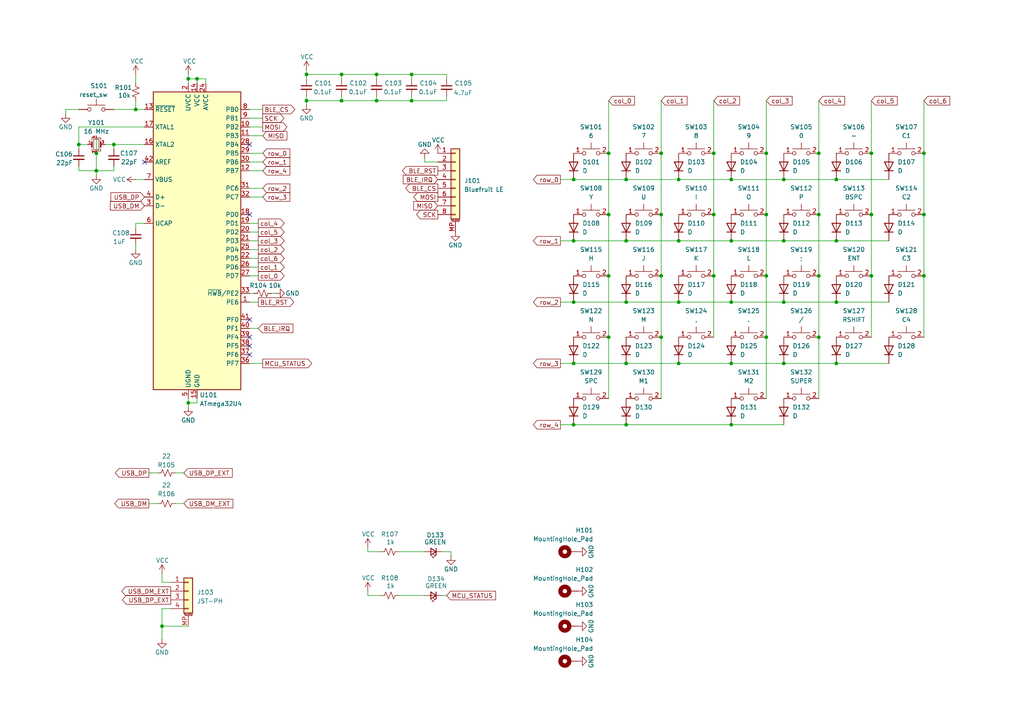
<source format=kicad_sch>
(kicad_sch (version 20231120) (generator "eeschema") (generator_version "8.0")
  (paper "A4")
  (junction (at 222.25 62.23))
  (junction (at 212.09 69.85))
  (junction (at 176.53 62.23))
  (junction (at 166.37 69.85))
  (junction (at 267.97 62.23))
  (junction (at 39.37 31.75))
  (junction (at 99.06 21.59))
  (junction (at 242.57 105.41))
  (junction (at 207.01 62.23))
  (junction (at 46.99 181.61))
  (junction (at 196.85 69.85))
  (junction (at 166.37 87.63))
  (junction (at 207.01 80.01))
  (junction (at 252.73 62.23))
  (junction (at 57.15 22.86))
  (junction (at 54.61 116.84))
  (junction (at 119.38 21.59))
  (junction (at 242.57 87.63))
  (junction (at 181.61 52.07))
  (junction (at 227.33 52.07))
  (junction (at 176.53 44.45))
  (junction (at 109.22 29.21))
  (junction (at 252.73 44.45))
  (junction (at 181.61 87.63))
  (junction (at 227.33 87.63))
  (junction (at 181.61 123.19))
  (junction (at 242.57 69.85))
  (junction (at 109.22 21.59))
  (junction (at 196.85 52.07))
  (junction (at 27.94 49.53))
  (junction (at 237.49 62.23))
  (junction (at 222.25 97.79))
  (junction (at 222.25 44.45))
  (junction (at 181.61 69.85))
  (junction (at 33.02 41.91))
  (junction (at 227.33 105.41))
  (junction (at 196.85 87.63))
  (junction (at 212.09 105.41))
  (junction (at 27.94 44.45))
  (junction (at 176.53 97.79))
  (junction (at 267.97 44.45))
  (junction (at 176.53 80.01))
  (junction (at 99.06 29.21))
  (junction (at 166.37 123.19))
  (junction (at 196.85 105.41))
  (junction (at 252.73 80.01))
  (junction (at 207.01 44.45))
  (junction (at 191.77 62.23))
  (junction (at 191.77 80.01))
  (junction (at 54.61 22.86))
  (junction (at 227.33 69.85))
  (junction (at 166.37 105.41))
  (junction (at 22.86 41.91))
  (junction (at 88.9 29.21))
  (junction (at 119.38 29.21))
  (junction (at 191.77 44.45))
  (junction (at 212.09 52.07))
  (junction (at 212.09 87.63))
  (junction (at 242.57 52.07))
  (junction (at 212.09 123.19))
  (junction (at 237.49 44.45))
  (junction (at 237.49 97.79))
  (junction (at 267.97 80.01))
  (junction (at 88.9 21.59))
  (junction (at 191.77 97.79))
  (junction (at 237.49 80.01))
  (junction (at 222.25 80.01))
  (junction (at 166.37 52.07))
  (junction (at 181.61 105.41))
  (no_connect (at 72.39 102.87))
  (no_connect (at 72.39 92.71))
  (no_connect (at 41.91 46.99))
  (no_connect (at 72.39 97.79))
  (no_connect (at 72.39 100.33))
  (no_connect (at 72.39 62.23))
  (no_connect (at 72.39 41.91))
  (wire (pts (xy 109.22 27.94) (xy 109.22 29.21)))
  (wire (pts (xy 196.85 69.85) (xy 212.09 69.85)))
  (wire (pts (xy 80.01 85.09) (xy 78.74 85.09)))
  (wire (pts (xy 88.9 27.94) (xy 88.9 29.21)))
  (wire (pts (xy 252.73 80.01) (xy 252.73 97.79)))
  (wire (pts (xy 181.61 87.63) (xy 196.85 87.63)))
  (wire (pts (xy 57.15 22.86) (xy 57.15 24.13)))
  (wire (pts (xy 22.86 36.83) (xy 41.91 36.83)))
  (wire (pts (xy 252.73 29.21) (xy 252.73 44.45)))
  (wire (pts (xy 27.94 49.53) (xy 27.94 50.8)))
  (wire (pts (xy 74.93 74.93) (xy 72.39 74.93)))
  (wire (pts (xy 22.86 43.18) (xy 22.86 41.91)))
  (wire (pts (xy 119.38 29.21) (xy 129.54 29.21)))
  (wire (pts (xy 181.61 69.85) (xy 196.85 69.85)))
  (wire (pts (xy 88.9 21.59) (xy 99.06 21.59)))
  (wire (pts (xy 27.94 39.37) (xy 27.94 44.45)))
  (wire (pts (xy 54.61 22.86) (xy 54.61 21.59)))
  (wire (pts (xy 88.9 20.32) (xy 88.9 21.59)))
  (wire (pts (xy 39.37 21.59) (xy 39.37 24.13)))
  (wire (pts (xy 127 46.99) (xy 123.19 46.99)))
  (wire (pts (xy 39.37 29.21) (xy 39.37 31.75)))
  (wire (pts (xy 196.85 52.07) (xy 212.09 52.07)))
  (wire (pts (xy 33.02 48.26) (xy 33.02 49.53)))
  (wire (pts (xy 237.49 80.01) (xy 237.49 97.79)))
  (wire (pts (xy 74.93 87.63) (xy 72.39 87.63)))
  (wire (pts (xy 27.94 49.53) (xy 33.02 49.53)))
  (wire (pts (xy 57.15 22.86) (xy 59.69 22.86)))
  (wire (pts (xy 76.2 49.53) (xy 72.39 49.53)))
  (wire (pts (xy 50.8 146.05) (xy 53.34 146.05)))
  (wire (pts (xy 74.93 69.85) (xy 72.39 69.85)))
  (wire (pts (xy 128.27 160.02) (xy 130.81 160.02)))
  (wire (pts (xy 212.09 105.41) (xy 227.33 105.41)))
  (wire (pts (xy 74.93 64.77) (xy 72.39 64.77)))
  (wire (pts (xy 49.53 168.91) (xy 46.99 168.91)))
  (wire (pts (xy 22.86 48.26) (xy 22.86 49.53)))
  (wire (pts (xy 119.38 27.94) (xy 119.38 29.21)))
  (wire (pts (xy 212.09 69.85) (xy 227.33 69.85)))
  (wire (pts (xy 88.9 22.86) (xy 88.9 21.59)))
  (wire (pts (xy 73.66 85.09) (xy 72.39 85.09)))
  (wire (pts (xy 109.22 21.59) (xy 119.38 21.59)))
  (wire (pts (xy 115.57 160.02) (xy 123.19 160.02)))
  (wire (pts (xy 176.53 97.79) (xy 176.53 115.57)))
  (wire (pts (xy 22.86 49.53) (xy 27.94 49.53)))
  (wire (pts (xy 212.09 87.63) (xy 227.33 87.63)))
  (wire (pts (xy 39.37 31.75) (xy 41.91 31.75)))
  (wire (pts (xy 99.06 21.59) (xy 109.22 21.59)))
  (wire (pts (xy 207.01 29.21) (xy 207.01 44.45)))
  (wire (pts (xy 191.77 80.01) (xy 191.77 97.79)))
  (wire (pts (xy 72.39 34.29) (xy 76.2 34.29)))
  (wire (pts (xy 76.2 46.99) (xy 72.39 46.99)))
  (wire (pts (xy 129.54 21.59) (xy 129.54 22.86)))
  (wire (pts (xy 54.61 22.86) (xy 54.61 24.13)))
  (wire (pts (xy 115.57 172.72) (xy 123.19 172.72)))
  (wire (pts (xy 267.97 29.21) (xy 267.97 44.45)))
  (wire (pts (xy 106.68 172.72) (xy 106.68 171.45)))
  (wire (pts (xy 76.2 54.61) (xy 72.39 54.61)))
  (wire (pts (xy 242.57 52.07) (xy 257.81 52.07)))
  (wire (pts (xy 191.77 44.45) (xy 191.77 62.23)))
  (wire (pts (xy 33.02 41.91) (xy 33.02 43.18)))
  (wire (pts (xy 191.77 62.23) (xy 191.77 80.01)))
  (wire (pts (xy 76.2 31.75) (xy 72.39 31.75)))
  (wire (pts (xy 106.68 160.02) (xy 106.68 158.75)))
  (wire (pts (xy 109.22 29.21) (xy 119.38 29.21)))
  (wire (pts (xy 222.25 44.45) (xy 222.25 62.23)))
  (wire (pts (xy 191.77 97.79) (xy 191.77 115.57)))
  (wire (pts (xy 74.93 67.31) (xy 72.39 67.31)))
  (wire (pts (xy 106.68 160.02) (xy 110.49 160.02)))
  (wire (pts (xy 181.61 123.19) (xy 212.09 123.19)))
  (wire (pts (xy 88.9 29.21) (xy 99.06 29.21)))
  (wire (pts (xy 267.97 62.23) (xy 267.97 80.01)))
  (wire (pts (xy 166.37 69.85) (xy 181.61 69.85)))
  (wire (pts (xy 49.53 176.53) (xy 46.99 176.53)))
  (wire (pts (xy 237.49 62.23) (xy 237.49 80.01)))
  (wire (pts (xy 22.86 31.75) (xy 19.05 31.75)))
  (wire (pts (xy 242.57 69.85) (xy 257.81 69.85)))
  (wire (pts (xy 237.49 29.21) (xy 237.49 44.45)))
  (wire (pts (xy 207.01 62.23) (xy 207.01 80.01)))
  (wire (pts (xy 227.33 87.63) (xy 242.57 87.63)))
  (wire (pts (xy 212.09 123.19) (xy 227.33 123.19)))
  (wire (pts (xy 162.56 52.07) (xy 166.37 52.07)))
  (wire (pts (xy 119.38 21.59) (xy 129.54 21.59)))
  (wire (pts (xy 196.85 87.63) (xy 212.09 87.63)))
  (wire (pts (xy 57.15 116.84) (xy 57.15 115.57)))
  (wire (pts (xy 166.37 105.41) (xy 181.61 105.41)))
  (wire (pts (xy 176.53 62.23) (xy 176.53 80.01)))
  (wire (pts (xy 106.68 172.72) (xy 110.49 172.72)))
  (wire (pts (xy 242.57 105.41) (xy 257.81 105.41)))
  (wire (pts (xy 176.53 29.21) (xy 176.53 44.45)))
  (wire (pts (xy 129.54 29.21) (xy 129.54 27.94)))
  (wire (pts (xy 76.2 44.45) (xy 72.39 44.45)))
  (wire (pts (xy 30.48 41.91) (xy 33.02 41.91)))
  (wire (pts (xy 74.93 80.01) (xy 72.39 80.01)))
  (wire (pts (xy 130.81 160.02) (xy 130.81 161.29)))
  (wire (pts (xy 162.56 123.19) (xy 166.37 123.19)))
  (wire (pts (xy 123.19 46.99) (xy 123.19 45.72)))
  (wire (pts (xy 74.93 95.25) (xy 72.39 95.25)))
  (wire (pts (xy 162.56 87.63) (xy 166.37 87.63)))
  (wire (pts (xy 27.94 44.45) (xy 27.94 49.53)))
  (wire (pts (xy 227.33 105.41) (xy 242.57 105.41)))
  (wire (pts (xy 207.01 80.01) (xy 207.01 97.79)))
  (wire (pts (xy 74.93 77.47) (xy 72.39 77.47)))
  (wire (pts (xy 252.73 44.45) (xy 252.73 62.23)))
  (wire (pts (xy 50.8 137.16) (xy 53.34 137.16)))
  (wire (pts (xy 267.97 80.01) (xy 267.97 97.79)))
  (wire (pts (xy 99.06 21.59) (xy 99.06 22.86)))
  (wire (pts (xy 54.61 115.57) (xy 54.61 116.84)))
  (wire (pts (xy 33.02 31.75) (xy 39.37 31.75)))
  (wire (pts (xy 196.85 105.41) (xy 212.09 105.41)))
  (wire (pts (xy 41.91 64.77) (xy 39.37 64.77)))
  (wire (pts (xy 54.61 22.86) (xy 57.15 22.86)))
  (wire (pts (xy 176.53 80.01) (xy 176.53 97.79)))
  (wire (pts (xy 109.22 21.59) (xy 109.22 22.86)))
  (wire (pts (xy 39.37 64.77) (xy 39.37 66.04)))
  (wire (pts (xy 242.57 87.63) (xy 257.81 87.63)))
  (wire (pts (xy 39.37 52.07) (xy 41.91 52.07)))
  (wire (pts (xy 237.49 44.45) (xy 237.49 62.23)))
  (wire (pts (xy 54.61 116.84) (xy 54.61 118.11)))
  (wire (pts (xy 22.86 41.91) (xy 25.4 41.91)))
  (wire (pts (xy 45.72 137.16) (xy 43.18 137.16)))
  (wire (pts (xy 46.99 181.61) (xy 54.61 181.61)))
  (wire (pts (xy 99.06 29.21) (xy 109.22 29.21)))
  (wire (pts (xy 59.69 22.86) (xy 59.69 24.13)))
  (wire (pts (xy 76.2 57.15) (xy 72.39 57.15)))
  (wire (pts (xy 207.01 44.45) (xy 207.01 62.23)))
  (wire (pts (xy 39.37 71.12) (xy 39.37 72.39)))
  (wire (pts (xy 119.38 21.59) (xy 119.38 22.86)))
  (wire (pts (xy 46.99 166.37) (xy 46.99 168.91)))
  (wire (pts (xy 222.25 97.79) (xy 222.25 115.57)))
  (wire (pts (xy 88.9 29.21) (xy 88.9 30.48)))
  (wire (pts (xy 222.25 80.01) (xy 222.25 97.79)))
  (wire (pts (xy 166.37 123.19) (xy 181.61 123.19)))
  (wire (pts (xy 162.56 69.85) (xy 166.37 69.85)))
  (wire (pts (xy 191.77 29.21) (xy 191.77 44.45)))
  (wire (pts (xy 162.56 105.41) (xy 166.37 105.41)))
  (wire (pts (xy 54.61 116.84) (xy 57.15 116.84)))
  (wire (pts (xy 181.61 52.07) (xy 196.85 52.07)))
  (wire (pts (xy 33.02 41.91) (xy 41.91 41.91)))
  (wire (pts (xy 22.86 36.83) (xy 22.86 41.91)))
  (wire (pts (xy 227.33 52.07) (xy 242.57 52.07)))
  (wire (pts (xy 72.39 36.83) (xy 76.2 36.83)))
  (wire (pts (xy 181.61 105.41) (xy 196.85 105.41)))
  (wire (pts (xy 227.33 69.85) (xy 242.57 69.85)))
  (wire (pts (xy 166.37 87.63) (xy 181.61 87.63)))
  (wire (pts (xy 222.25 62.23) (xy 222.25 80.01)))
  (wire (pts (xy 46.99 181.61) (xy 46.99 185.42)))
  (wire (pts (xy 76.2 105.41) (xy 72.39 105.41)))
  (wire (pts (xy 128.27 172.72) (xy 129.54 172.72)))
  (wire (pts (xy 252.73 62.23) (xy 252.73 80.01)))
  (wire (pts (xy 46.99 176.53) (xy 46.99 181.61)))
  (wire (pts (xy 267.97 44.45) (xy 267.97 62.23)))
  (wire (pts (xy 99.06 27.94) (xy 99.06 29.21)))
  (wire (pts (xy 74.93 72.39) (xy 72.39 72.39)))
  (wire (pts (xy 45.72 146.05) (xy 43.18 146.05)))
  (wire (pts (xy 237.49 97.79) (xy 237.49 115.57)))
  (wire (pts (xy 176.53 44.45) (xy 176.53 62.23)))
  (wire (pts (xy 212.09 52.07) (xy 227.33 52.07)))
  (wire (pts (xy 222.25 29.21) (xy 222.25 44.45)))
  (wire (pts (xy 166.37 52.07) (xy 181.61 52.07)))
  (wire (pts (xy 72.39 39.37) (xy 76.2 39.37)))
  (wire (pts (xy 19.05 31.75) (xy 19.05 33.02)))
  (global_label "col_5" (shape input) (at 252.73 29.21 0) (property "Intersheetrefs" "${INTERSHEET_REFS}" (effects (hide yes))))
  (global_label "BLE_CS" (shape output) (at 76.2 31.75 0) (property "Intersheetrefs" "${INTERSHEET_REFS}" (effects (hide yes))))
  (global_label "row_1" (shape output) (at 162.56 69.85 180) (property "Intersheetrefs" "${INTERSHEET_REFS}" (effects (hide yes))))
  (global_label "row_3" (shape output) (at 162.56 105.41 180) (property "Intersheetrefs" "${INTERSHEET_REFS}" (effects (hide yes))))
  (global_label "MISO" (shape input) (at 127 59.69 180) (property "Intersheetrefs" "${INTERSHEET_REFS}" (effects (hide yes))))
  (global_label "MOSI" (shape output) (at 76.2 36.83 0) (property "Intersheetrefs" "${INTERSHEET_REFS}" (effects (hide yes))))
  (global_label "MISO" (shape input) (at 76.2 39.37 0) (property "Intersheetrefs" "${INTERSHEET_REFS}" (effects (hide yes))))
  (global_label "BLE_IRQ" (shape input) (at 74.93 95.25 0) (property "Intersheetrefs" "${INTERSHEET_REFS}" (effects (hide yes))))
  (global_label "col_0" (shape input) (at 176.53 29.21 0) (property "Intersheetrefs" "${INTERSHEET_REFS}" (effects (hide yes))))
  (global_label "row_0" (shape output) (at 162.56 52.07 180) (property "Intersheetrefs" "${INTERSHEET_REFS}" (effects (hide yes))))
  (global_label "row_3" (shape input) (at 76.2 57.15 0) (property "Intersheetrefs" "${INTERSHEET_REFS}" (effects (hide yes))))
  (global_label "USB_DP" (shape output) (at 43.18 137.16 180) (property "Intersheetrefs" "${INTERSHEET_REFS}" (effects (hide yes))))
  (global_label "USB_DP" (shape input) (at 41.91 57.15 180) (property "Intersheetrefs" "${INTERSHEET_REFS}" (effects (hide yes))))
  (global_label "BLE_IRQ" (shape input) (at 127 52.07 180) (property "Intersheetrefs" "${INTERSHEET_REFS}" (effects (hide yes))))
  (global_label "USB_DP_EXT" (shape output) (at 49.53 173.99 180) (property "Intersheetrefs" "${INTERSHEET_REFS}" (effects (hide yes))))
  (global_label "SCK" (shape output) (at 127 62.23 180) (property "Intersheetrefs" "${INTERSHEET_REFS}" (effects (hide yes))))
  (global_label "row_0" (shape input) (at 76.2 44.45 0) (property "Intersheetrefs" "${INTERSHEET_REFS}" (effects (hide yes))))
  (global_label "col_3" (shape input) (at 222.25 29.21 0) (property "Intersheetrefs" "${INTERSHEET_REFS}" (effects (hide yes))))
  (global_label "col_5" (shape output) (at 74.93 67.31 0) (property "Intersheetrefs" "${INTERSHEET_REFS}" (effects (hide yes))))
  (global_label "USB_DM" (shape input) (at 41.91 59.69 180) (property "Intersheetrefs" "${INTERSHEET_REFS}" (effects (hide yes))))
  (global_label "USB_DM_EXT" (shape input) (at 53.34 146.05 0) (property "Intersheetrefs" "${INTERSHEET_REFS}" (effects (hide yes))))
  (global_label "USB_DM" (shape output) (at 43.18 146.05 180) (property "Intersheetrefs" "${INTERSHEET_REFS}" (effects (hide yes))))
  (global_label "BLE_RST" (shape output) (at 127 49.53 180) (property "Intersheetrefs" "${INTERSHEET_REFS}" (effects (hide yes))))
  (global_label "USB_DM_EXT" (shape output) (at 49.53 171.45 180) (property "Intersheetrefs" "${INTERSHEET_REFS}" (effects (hide yes))))
  (global_label "MOSI" (shape output) (at 127 57.15 180) (property "Intersheetrefs" "${INTERSHEET_REFS}" (effects (hide yes))))
  (global_label "col_1" (shape input) (at 191.77 29.21 0) (property "Intersheetrefs" "${INTERSHEET_REFS}" (effects (hide yes))))
  (global_label "SCK" (shape output) (at 76.2 34.29 0) (property "Intersheetrefs" "${INTERSHEET_REFS}" (effects (hide yes))))
  (global_label "row_2" (shape input) (at 76.2 54.61 0) (property "Intersheetrefs" "${INTERSHEET_REFS}" (effects (hide yes))))
  (global_label "col_6" (shape input) (at 267.97 29.21 0) (property "Intersheetrefs" "${INTERSHEET_REFS}" (effects (hide yes))))
  (global_label "BLE_RST" (shape output) (at 74.93 87.63 0) (property "Intersheetrefs" "${INTERSHEET_REFS}" (effects (hide yes))))
  (global_label "row_2" (shape output) (at 162.56 87.63 180) (property "Intersheetrefs" "${INTERSHEET_REFS}" (effects (hide yes))))
  (global_label "MCU_STATUS" (shape output) (at 76.2 105.41 0) (property "Intersheetrefs" "${INTERSHEET_REFS}" (effects (hide yes))))
  (global_label "col_4" (shape output) (at 74.93 64.77 0) (property "Intersheetrefs" "${INTERSHEET_REFS}" (effects (hide yes))))
  (global_label "col_3" (shape output) (at 74.93 69.85 0) (property "Intersheetrefs" "${INTERSHEET_REFS}" (effects (hide yes))))
  (global_label "col_2" (shape input) (at 207.01 29.21 0) (property "Intersheetrefs" "${INTERSHEET_REFS}" (effects (hide yes))))
  (global_label "col_4" (shape input) (at 237.49 29.21 0) (property "Intersheetrefs" "${INTERSHEET_REFS}" (effects (hide yes))))
  (global_label "col_1" (shape output) (at 74.93 77.47 0) (property "Intersheetrefs" "${INTERSHEET_REFS}" (effects (hide yes))))
  (global_label "BLE_CS" (shape output) (at 127 54.61 180) (property "Intersheetrefs" "${INTERSHEET_REFS}" (effects (hide yes))))
  (global_label "row_4" (shape input) (at 76.2 49.53 0) (property "Intersheetrefs" "${INTERSHEET_REFS}" (effects (hide yes))))
  (global_label "MCU_STATUS" (shape input) (at 129.54 172.72 0) (property "Intersheetrefs" "${INTERSHEET_REFS}" (effects (hide yes))))
  (global_label "row_1" (shape input) (at 76.2 46.99 0) (property "Intersheetrefs" "${INTERSHEET_REFS}" (effects (hide yes))))
  (global_label "col_0" (shape output) (at 74.93 80.01 0) (property "Intersheetrefs" "${INTERSHEET_REFS}" (effects (hide yes))))
  (global_label "col_6" (shape output) (at 74.93 74.93 0) (property "Intersheetrefs" "${INTERSHEET_REFS}" (effects (hide yes))))
  (global_label "USB_DP_EXT" (shape input) (at 53.34 137.16 0) (property "Intersheetrefs" "${INTERSHEET_REFS}" (effects (hide yes))))
  (global_label "row_4" (shape output) (at 162.56 123.19 180) (property "Intersheetrefs" "${INTERSHEET_REFS}" (effects (hide yes))))
  (global_label "col_2" (shape output) (at 74.93 72.39 0) (property "Intersheetrefs" "${INTERSHEET_REFS}" (effects (hide yes))))
  (symbol (lib_id "power:VCC") (at 106.68 158.75 0) (unit 1)
    (property "Reference" "#PWR0118" (effects (hide yes)))
    (property "Value" "VCC" (at 104.902 154.94 0) (effects (justify left)))
    (property "Description" "Power symbol creates a global label with name \"VCC\"" (effects (hide yes)))
  )
  (symbol (lib_id "Mechanical:MountingHole_Pad") (at 165.1 171.45 90) (unit 1)
    (property "Reference" "H102" (at 172.085 165.227 90) (effects (justify left)))
    (property "Value" "MountingHole_Pad" (at 172.085 167.767 90) (effects (justify left)))
    (property "Footprint" "MountingHole:MountingHole_2.2mm_M2_Pad_TopBottom" (effects (hide yes)))
    (property "Description" "Mounting Hole with connection" (effects (hide yes)))
  )
  (symbol (lib_id "Device:C_Small") (at 22.86 45.72 0) (unit 1)
    (property "Reference" "C106" (at 16.002 44.704 0) (effects (justify left)))
    (property "Value" "22pF" (at 16.256 47.244 0) (effects (justify left)))
    (property "Footprint" "Capacitor_SMD:C_0603_1608Metric" (effects (hide yes)))
    (property "Description" "Unpolarized capacitor, small symbol" (effects (hide yes)))
  )
  (symbol (lib_id "Connector_Generic_MountingPin:Conn_01x04_MountingPin") (at 54.61 171.45 0) (unit 1)
    (property "Reference" "J103" (at 57.15 171.8055 0) (effects (justify left)))
    (property "Value" "JST-PH" (at 57.15 174.3455 0) (effects (justify left)))
    (property "Footprint" "Connector_JST:JST_SH_SM04B-SRSS-TB_1x04-1MP_P1.00mm_Horizontal" (effects (hide yes)))
    (property "Description" "Generic connectable mounting pin connector, single row, 01x04, script generated (kicad-library-utils/schlib/autogen/connector/)" (effects (hide yes)))
  )
  (symbol (lib_id "Device:D") (at 227.33 119.38 90) (unit 1)
    (property "Reference" "D132" (at 229.87 118.1099 90) (effects (justify right)))
    (property "Value" "D" (at 229.87 120.6499 90) (effects (justify right)))
    (property "Footprint" "Diode_SMD:D_SOD-123" (effects (hide yes)))
    (property "Description" "Diode" (effects (hide yes)))
    (property "Sim.Device" "D" (effects (hide yes)))
    (property "Sim.Pins" "1=K 2=A" (effects (hide yes)))
  )
  (symbol (lib_id "power:GND") (at 46.99 185.42 0) (unit 1)
    (property "Reference" "#PWR0126" (effects (hide yes)))
    (property "Value" "GND" (at 46.99 189.23 0))
    (property "Description" "Power symbol creates a global label with name \"GND\" , ground" (effects (hide yes)))
  )
  (symbol (lib_id "Device:R_Small_US") (at 113.03 160.02 90) (unit 1)
    (property "Reference" "R107" (at 113.03 154.94 90))
    (property "Value" "1k" (at 113.284 157.226 90))
    (property "Footprint" "Resistor_SMD:R_0603_1608Metric" (effects (hide yes)))
    (property "Description" "Resistor, small US symbol" (effects (hide yes)))
  )
  (symbol (lib_id "CherryMX:CherryMX") (at 247.65 97.79 0) (unit 1)
    (property "Reference" "SW127" (at 247.65 90.17 0))
    (property "Value" "RSHIFT" (at 247.65 92.71 0))
    (property "Footprint" "CherryMX_PCB:CherryMX_1.00u_PCB" (effects (hide yes)))
  )
  (symbol (lib_id "Device:D") (at 166.37 119.38 90) (unit 1)
    (property "Reference" "D129" (at 168.91 118.1099 90) (effects (justify right)))
    (property "Value" "D" (at 168.91 120.6499 90) (effects (justify right)))
    (property "Footprint" "Diode_SMD:D_SOD-123" (effects (hide yes)))
    (property "Description" "Diode" (effects (hide yes)))
    (property "Sim.Device" "D" (effects (hide yes)))
    (property "Sim.Pins" "1=K 2=A" (effects (hide yes)))
  )
  (symbol (lib_id "power:GND") (at 88.9 30.48 0) (unit 1)
    (property "Reference" "#PWR0104" (effects (hide yes)))
    (property "Value" "GND" (at 88.9 34.29 0))
    (property "Description" "Power symbol creates a global label with name \"GND\" , ground" (effects (hide yes)))
  )
  (symbol (lib_id "Device:D") (at 196.85 48.26 90) (unit 1)
    (property "Reference" "D103" (at 199.39 46.9899 90) (effects (justify right)))
    (property "Value" "D" (at 199.39 49.5299 90) (effects (justify right)))
    (property "Footprint" "Diode_SMD:D_SOD-123" (effects (hide yes)))
    (property "Description" "Diode" (effects (hide yes)))
    (property "Sim.Device" "D" (effects (hide yes)))
    (property "Sim.Pins" "1=K 2=A" (effects (hide yes)))
  )
  (symbol (lib_id "Device:D") (at 242.57 66.04 90) (unit 1)
    (property "Reference" "D113" (at 245.11 64.7699 90) (effects (justify right)))
    (property "Value" "D" (at 245.11 67.3099 90) (effects (justify right)))
    (property "Footprint" "Diode_SMD:D_SOD-123" (effects (hide yes)))
    (property "Description" "Diode" (effects (hide yes)))
    (property "Sim.Device" "D" (effects (hide yes)))
    (property "Sim.Pins" "1=K 2=A" (effects (hide yes)))
  )
  (symbol (lib_id "power:GND") (at 54.61 118.11 0) (unit 1)
    (property "Reference" "#PWR0117" (effects (hide yes)))
    (property "Value" "GND" (at 54.61 121.92 0))
    (property "Description" "Power symbol creates a global label with name \"GND\" , ground" (effects (hide yes)))
  )
  (symbol (lib_id "CherryMX:CherryMX") (at 247.65 62.23 0) (unit 1)
    (property "Reference" "SW113" (at 247.65 54.61 0))
    (property "Value" "BSPC" (at 247.65 57.15 0))
    (property "Footprint" "CherryMX_PCB:CherryMX_1.00u_PCB" (effects (hide yes)))
  )
  (symbol (lib_id "Device:D") (at 166.37 48.26 90) (unit 1)
    (property "Reference" "D101" (at 168.91 46.9899 90) (effects (justify right)))
    (property "Value" "D" (at 168.91 49.5299 90) (effects (justify right)))
    (property "Footprint" "Diode_SMD:D_SOD-123" (effects (hide yes)))
    (property "Description" "Diode" (effects (hide yes)))
    (property "Sim.Device" "D" (effects (hide yes)))
    (property "Sim.Pins" "1=K 2=A" (effects (hide yes)))
  )
  (symbol (lib_id "CherryMX:CherryMX") (at 217.17 62.23 0) (unit 1)
    (property "Reference" "SW111" (at 217.17 54.61 0))
    (property "Value" "O" (at 217.17 57.15 0))
    (property "Footprint" "CherryMX_PCB:CherryMX_1.00u_PCB" (effects (hide yes)))
  )
  (symbol (lib_id "Device:C_Small") (at 119.38 25.4 0) (unit 1)
    (property "Reference" "C104" (at 121.666 24.13 0) (effects (justify left)))
    (property "Value" "0.1uF" (at 121.412 26.67 0) (effects (justify left)))
    (property "Footprint" "Capacitor_SMD:C_0603_1608Metric" (effects (hide yes)))
    (property "Description" "Unpolarized capacitor, small symbol" (effects (hide yes)))
  )
  (symbol (lib_id "CherryMX:CherryMX") (at 186.69 97.79 0) (unit 1)
    (property "Reference" "SW123" (at 186.69 90.17 0))
    (property "Value" "M" (at 186.69 92.71 0))
    (property "Footprint" "CherryMX_PCB:CherryMX_1.00u_PCB" (effects (hide yes)))
  )
  (symbol (lib_id "CherryMX:CherryMX") (at 171.45 80.01 0) (unit 1)
    (property "Reference" "SW115" (at 171.45 72.39 0))
    (property "Value" "H" (at 171.45 74.93 0))
    (property "Footprint" "CherryMX_PCB:CherryMX_1.00u_PCB" (effects (hide yes)))
  )
  (symbol (lib_id "CherryMX:CherryMX") (at 171.45 115.57 0) (unit 1)
    (property "Reference" "SW129" (at 171.45 107.95 0))
    (property "Value" "SPC" (at 171.45 110.49 0))
    (property "Footprint" "CherryMX_PCB:CherryMX_1.00u_PCB" (effects (hide yes)))
  )
  (symbol (lib_id "CherryMX:CherryMX") (at 262.89 62.23 0) (unit 1)
    (property "Reference" "SW114" (at 262.89 54.61 0))
    (property "Value" "C2" (at 262.89 57.15 0))
    (property "Footprint" "CherryMX_PCB:CherryMX_1.00u_PCB" (effects (hide yes)))
  )
  (symbol (lib_id "MCU_Microchip_ATmega:ATmega32U4-A") (at 57.15 69.85 0) (unit 1)
    (property "Reference" "U101" (at 57.912 114.554 0) (effects (justify left)))
    (property "Value" "ATmega32U4" (at 57.912 117.094 0) (effects (justify left)))
    (property "Footprint" "Package_QFP:TQFP-44_10x10mm_P0.8mm" (effects (hide yes)))
    (property "Datasheet" "http://ww1.microchip.com/downloads/en/DeviceDoc/Atmel-7766-8-bit-AVR-ATmega16U4-32U4_Datasheet.pdf" (effects (hide yes)))
    (property "Description" "16MHz, 32kB Flash, 2.5kB SRAM, 1kB EEPROM, USB 2.0, TQFP-44" (effects (hide yes)))
  )
  (symbol (lib_id "Device:D") (at 196.85 83.82 90) (unit 1)
    (property "Reference" "D117" (at 199.39 82.5499 90) (effects (justify right)))
    (property "Value" "D" (at 199.39 85.0899 90) (effects (justify right)))
    (property "Footprint" "Diode_SMD:D_SOD-123" (effects (hide yes)))
    (property "Description" "Diode" (effects (hide yes)))
    (property "Sim.Device" "D" (effects (hide yes)))
    (property "Sim.Pins" "1=K 2=A" (effects (hide yes)))
  )
  (symbol (lib_id "Device:D") (at 181.61 101.6 90) (unit 1)
    (property "Reference" "D123" (at 184.15 100.3299 90) (effects (justify right)))
    (property "Value" "D" (at 184.15 102.8699 90) (effects (justify right)))
    (property "Footprint" "Diode_SMD:D_SOD-123" (effects (hide yes)))
    (property "Description" "Diode" (effects (hide yes)))
    (property "Sim.Device" "D" (effects (hide yes)))
    (property "Sim.Pins" "1=K 2=A" (effects (hide yes)))
  )
  (symbol (lib_id "Device:D") (at 212.09 66.04 90) (unit 1)
    (property "Reference" "D111" (at 214.63 64.7699 90) (effects (justify right)))
    (property "Value" "D" (at 214.63 67.3099 90) (effects (justify right)))
    (property "Footprint" "Diode_SMD:D_SOD-123" (effects (hide yes)))
    (property "Description" "Diode" (effects (hide yes)))
    (property "Sim.Device" "D" (effects (hide yes)))
    (property "Sim.Pins" "1=K 2=A" (effects (hide yes)))
  )
  (symbol (lib_id "Device:D") (at 227.33 83.82 90) (unit 1)
    (property "Reference" "D119" (at 229.87 82.5499 90) (effects (justify right)))
    (property "Value" "D" (at 229.87 85.0899 90) (effects (justify right)))
    (property "Footprint" "Diode_SMD:D_SOD-123" (effects (hide yes)))
    (property "Description" "Diode" (effects (hide yes)))
    (property "Sim.Device" "D" (effects (hide yes)))
    (property "Sim.Pins" "1=K 2=A" (effects (hide yes)))
  )
  (symbol (lib_id "CherryMX:CherryMX") (at 232.41 80.01 0) (unit 1)
    (property "Reference" "SW119" (at 232.41 72.39 0))
    (property "Value" ";" (at 232.41 74.93 0))
    (property "Footprint" "CherryMX_PCB:CherryMX_1.00u_PCB" (effects (hide yes)))
  )
  (symbol (lib_id "CherryMX:CherryMX") (at 186.69 44.45 0) (unit 1)
    (property "Reference" "SW102" (at 186.69 36.83 0))
    (property "Value" "7" (at 186.69 39.37 0))
    (property "Footprint" "CherryMX_PCB:CherryMX_1.00u_PCB" (effects (hide yes)))
  )
  (symbol (lib_id "Device:D") (at 227.33 48.26 90) (unit 1)
    (property "Reference" "D105" (at 229.87 46.9899 90) (effects (justify right)))
    (property "Value" "D" (at 229.87 49.5299 90) (effects (justify right)))
    (property "Footprint" "Diode_SMD:D_SOD-123" (effects (hide yes)))
    (property "Description" "Diode" (effects (hide yes)))
    (property "Sim.Device" "D" (effects (hide yes)))
    (property "Sim.Pins" "1=K 2=A" (effects (hide yes)))
  )
  (symbol (lib_id "CherryMX:CherryMX") (at 232.41 62.23 0) (unit 1)
    (property "Reference" "SW112" (at 232.41 54.61 0))
    (property "Value" "P" (at 232.41 57.15 0))
    (property "Footprint" "CherryMX_PCB:CherryMX_1.00u_PCB" (effects (hide yes)))
  )
  (symbol (lib_id "Device:D") (at 257.81 48.26 90) (unit 1)
    (property "Reference" "D107" (at 260.35 46.9899 90) (effects (justify right)))
    (property "Value" "D" (at 260.35 49.5299 90) (effects (justify right)))
    (property "Footprint" "Diode_SMD:D_SOD-123" (effects (hide yes)))
    (property "Description" "Diode" (effects (hide yes)))
    (property "Sim.Device" "D" (effects (hide yes)))
    (property "Sim.Pins" "1=K 2=A" (effects (hide yes)))
  )
  (symbol (lib_id "power:VCC") (at 39.37 52.07 90) (unit 1)
    (property "Reference" "#PWR0109" (effects (hide yes)))
    (property "Value" "VCC" (at 36.576 52.07 90) (effects (justify left)))
    (property "Description" "Power symbol creates a global label with name \"VCC\"" (effects (hide yes)))
  )
  (symbol (lib_id "CherryMX:CherryMX") (at 247.65 80.01 0) (unit 1)
    (property "Reference" "SW120" (at 247.65 72.39 0))
    (property "Value" "ENT" (at 247.65 74.93 0))
    (property "Footprint" "CherryMX_PCB:CherryMX_1.00u_PCB" (effects (hide yes)))
  )
  (symbol (lib_id "power:GND") (at 132.08 67.31 0) (unit 1)
    (property "Reference" "#PWR0110" (effects (hide yes)))
    (property "Value" "GND" (at 132.08 71.12 0))
    (property "Description" "Power symbol creates a global label with name \"GND\" , ground" (effects (hide yes)))
  )
  (symbol (lib_id "Device:D") (at 227.33 66.04 90) (unit 1)
    (property "Reference" "D112" (at 229.87 64.7699 90) (effects (justify right)))
    (property "Value" "D" (at 229.87 67.3099 90) (effects (justify right)))
    (property "Footprint" "Diode_SMD:D_SOD-123" (effects (hide yes)))
    (property "Description" "Diode" (effects (hide yes)))
    (property "Sim.Device" "D" (effects (hide yes)))
    (property "Sim.Pins" "1=K 2=A" (effects (hide yes)))
  )
  (symbol (lib_id "CherryMX:CherryMX") (at 217.17 80.01 0) (unit 1)
    (property "Reference" "SW118" (at 217.17 72.39 0))
    (property "Value" "L" (at 217.17 74.93 0))
    (property "Footprint" "CherryMX_PCB:CherryMX_1.00u_PCB" (effects (hide yes)))
  )
  (symbol (lib_id "CherryMX:CherryMX") (at 262.89 80.01 0) (unit 1)
    (property "Reference" "SW121" (at 262.89 72.39 0))
    (property "Value" "C3" (at 262.89 74.93 0))
    (property "Footprint" "CherryMX_PCB:CherryMX_1.00u_PCB" (effects (hide yes)))
  )
  (symbol (lib_id "Device:D") (at 166.37 83.82 90) (unit 1)
    (property "Reference" "D115" (at 168.91 82.5499 90) (effects (justify right)))
    (property "Value" "D" (at 168.91 85.0899 90) (effects (justify right)))
    (property "Footprint" "Diode_SMD:D_SOD-123" (effects (hide yes)))
    (property "Description" "Diode" (effects (hide yes)))
    (property "Sim.Device" "D" (effects (hide yes)))
    (property "Sim.Pins" "1=K 2=A" (effects (hide yes)))
  )
  (symbol (lib_id "Device:R_Small_US") (at 113.03 172.72 90) (unit 1)
    (property "Reference" "R108" (at 113.03 167.64 90))
    (property "Value" "1k" (at 113.284 169.926 90))
    (property "Footprint" "Resistor_SMD:R_0603_1608Metric" (effects (hide yes)))
    (property "Description" "Resistor, small US symbol" (effects (hide yes)))
  )
  (symbol (lib_id "Device:D") (at 166.37 66.04 90) (unit 1)
    (property "Reference" "D108" (at 168.91 64.7699 90) (effects (justify right)))
    (property "Value" "D" (at 168.91 67.3099 90) (effects (justify right)))
    (property "Footprint" "Diode_SMD:D_SOD-123" (effects (hide yes)))
    (property "Description" "Diode" (effects (hide yes)))
    (property "Sim.Device" "D" (effects (hide yes)))
    (property "Sim.Pins" "1=K 2=A" (effects (hide yes)))
  )
  (symbol (lib_id "Device:D") (at 181.61 119.38 90) (unit 1)
    (property "Reference" "D130" (at 184.15 118.1099 90) (effects (justify right)))
    (property "Value" "D" (at 184.15 120.6499 90) (effects (justify right)))
    (property "Footprint" "Diode_SMD:D_SOD-123" (effects (hide yes)))
    (property "Description" "Diode" (effects (hide yes)))
    (property "Sim.Device" "D" (effects (hide yes)))
    (property "Sim.Pins" "1=K 2=A" (effects (hide yes)))
  )
  (symbol (lib_id "Device:C_Small") (at 99.06 25.4 0) (unit 1)
    (property "Reference" "C102" (at 101.346 24.13 0) (effects (justify left)))
    (property "Value" "0.1uF" (at 101.092 26.67 0) (effects (justify left)))
    (property "Footprint" "Capacitor_SMD:C_0603_1608Metric" (effects (hide yes)))
    (property "Description" "Unpolarized capacitor, small symbol" (effects (hide yes)))
  )
  (symbol (lib_id "CherryMX:CherryMX") (at 201.93 62.23 0) (unit 1)
    (property "Reference" "SW110" (at 201.93 54.61 0))
    (property "Value" "I" (at 201.93 57.15 0))
    (property "Footprint" "CherryMX_PCB:CherryMX_1.00u_PCB" (effects (hide yes)))
  )
  (symbol (lib_id "power:VCC") (at 39.37 21.59 0) (unit 1)
    (property "Reference" "#PWR0102" (effects (hide yes)))
    (property "Value" "VCC" (at 37.846 17.78 0) (effects (justify left)))
    (property "Description" "Power symbol creates a global label with name \"VCC\"" (effects (hide yes)))
  )
  (symbol (lib_id "CherryMX:CherryMX") (at 201.93 80.01 0) (unit 1)
    (property "Reference" "SW117" (at 201.93 72.39 0))
    (property "Value" "K" (at 201.93 74.93 0))
    (property "Footprint" "CherryMX_PCB:CherryMX_1.00u_PCB" (effects (hide yes)))
  )
  (symbol (lib_id "Mechanical:MountingHole_Pad") (at 165.1 191.77 90) (unit 1)
    (property "Reference" "H104" (at 172.085 185.547 90) (effects (justify left)))
    (property "Value" "MountingHole_Pad" (at 172.085 188.087 90) (effects (justify left)))
    (property "Footprint" "MountingHole:MountingHole_2.2mm_M2_Pad_TopBottom" (effects (hide yes)))
    (property "Description" "Mounting Hole with connection" (effects (hide yes)))
  )
  (symbol (lib_id "power:GND") (at 167.64 181.61 90) (unit 1)
    (property "Reference" "#PWR0124" (effects (hide yes)))
    (property "Value" "GND" (at 171.45 181.61 0))
    (property "Description" "Power symbol creates a global label with name \"GND\" , ground" (effects (hide yes)))
  )
  (symbol (lib_id "Device:R_Small_US") (at 76.2 85.09 90) (unit 1)
    (property "Reference" "R104" (at 74.93 82.804 90))
    (property "Value" "10k" (at 79.756 82.804 90))
    (property "Footprint" "Resistor_SMD:R_0603_1608Metric" (effects (hide yes)))
    (property "Description" "Resistor, small US symbol" (effects (hide yes)))
  )
  (symbol (lib_id "CherryMX:CherryMX") (at 186.69 115.57 0) (unit 1)
    (property "Reference" "SW130" (at 186.69 107.95 0))
    (property "Value" "M1" (at 186.69 110.49 0))
    (property "Footprint" "CherryMX_PCB:CherryMX_1.00u_PCB" (effects (hide yes)))
  )
  (symbol (lib_id "power:VCC") (at 88.9 20.32 0) (unit 1)
    (property "Reference" "#PWR0101" (effects (hide yes)))
    (property "Value" "VCC" (at 87.122 16.51 0) (effects (justify left)))
    (property "Description" "Power symbol creates a global label with name \"VCC\"" (effects (hide yes)))
  )
  (symbol (lib_id "CherryMX:CherryMX") (at 232.41 115.57 0) (unit 1)
    (property "Reference" "SW132" (at 232.41 107.95 0))
    (property "Value" "SUPER" (at 232.41 110.49 0))
    (property "Footprint" "CherryMX_PCB:CherryMX_1.00u_PCB" (effects (hide yes)))
  )
  (symbol (lib_id "Device:D") (at 212.09 119.38 90) (unit 1)
    (property "Reference" "D131" (at 214.63 118.1099 90) (effects (justify right)))
    (property "Value" "D" (at 214.63 120.6499 90) (effects (justify right)))
    (property "Footprint" "Diode_SMD:D_SOD-123" (effects (hide yes)))
    (property "Description" "Diode" (effects (hide yes)))
    (property "Sim.Device" "D" (effects (hide yes)))
    (property "Sim.Pins" "1=K 2=A" (effects (hide yes)))
  )
  (symbol (lib_id "Device:C_Small") (at 88.9 25.4 0) (unit 1)
    (property "Reference" "C101" (at 91.186 24.13 0) (effects (justify left)))
    (property "Value" "0.1uF" (at 90.932 26.67 0) (effects (justify left)))
    (property "Footprint" "Capacitor_SMD:C_0603_1608Metric" (effects (hide yes)))
    (property "Description" "Unpolarized capacitor, small symbol" (effects (hide yes)))
  )
  (symbol (lib_id "Device:R_Small_US") (at 48.26 146.05 270) (unit 1)
    (property "Reference" "R106" (at 48.26 143.256 90))
    (property "Value" "22" (at 48.26 140.716 90))
    (property "Footprint" "Resistor_SMD:R_0603_1608Metric" (effects (hide yes)))
    (property "Description" "Resistor, small US symbol" (effects (hide yes)))
  )
  (symbol (lib_id "power:GND") (at 167.64 171.45 90) (unit 1)
    (property "Reference" "#PWR0123" (effects (hide yes)))
    (property "Value" "GND" (at 171.45 171.45 0))
    (property "Description" "Power symbol creates a global label with name \"GND\" , ground" (effects (hide yes)))
  )
  (symbol (lib_id "power:VCC") (at 127 44.45 0) (unit 1)
    (property "Reference" "#PWR0106" (effects (hide yes)))
    (property "Value" "VCC" (at 125.222 40.64 0) (effects (justify left)))
    (property "Description" "Power symbol creates a global label with name \"VCC\"" (effects (hide yes)))
  )
  (symbol (lib_id "Device:LED_Small") (at 125.73 160.02 180) (unit 1)
    (property "Reference" "D133" (at 126.238 155.194 0))
    (property "Value" "GREEN" (at 126.238 157.226 0))
    (property "Footprint" "LED_SMD:LED_0603_1608Metric" (effects (hide yes)))
    (property "Description" "Light emitting diode, small symbol" (effects (hide yes)))
  )
  (symbol (lib_id "Mechanical:MountingHole_Pad") (at 165.1 160.02 90) (unit 1)
    (property "Reference" "H101" (at 172.085 153.797 90) (effects (justify left)))
    (property "Value" "MountingHole_Pad" (at 172.085 156.337 90) (effects (justify left)))
    (property "Footprint" "MountingHole:MountingHole_2.2mm_M2_Pad_TopBottom" (effects (hide yes)))
    (property "Description" "Mounting Hole with connection" (effects (hide yes)))
  )
  (symbol (lib_id "Device:R_Small_US") (at 48.26 137.16 270) (unit 1)
    (property "Reference" "R105" (at 48.26 134.874 90))
    (property "Value" "22" (at 48.26 132.334 90))
    (property "Footprint" "Resistor_SMD:R_0603_1608Metric" (effects (hide yes)))
    (property "Description" "Resistor, small US symbol" (effects (hide yes)))
  )
  (symbol (lib_id "Device:D") (at 242.57 48.26 90) (unit 1)
    (property "Reference" "D106" (at 245.11 46.9899 90) (effects (justify right)))
    (property "Value" "D" (at 245.11 49.5299 90) (effects (justify right)))
    (property "Footprint" "Diode_SMD:D_SOD-123" (effects (hide yes)))
    (property "Description" "Diode" (effects (hide yes)))
    (property "Sim.Device" "D" (effects (hide yes)))
    (property "Sim.Pins" "1=K 2=A" (effects (hide yes)))
  )
  (symbol (lib_id "power:GND") (at 19.05 33.02 0) (unit 1)
    (property "Reference" "#PWR0105" (effects (hide yes)))
    (property "Value" "GND" (at 19.05 36.83 0))
    (property "Description" "Power symbol creates a global label with name \"GND\" , ground" (effects (hide yes)))
  )
  (symbol (lib_id "CherryMX:CherryMX") (at 171.45 97.79 0) (unit 1)
    (property "Reference" "SW122" (at 171.45 90.17 0))
    (property "Value" "N" (at 171.45 92.71 0))
    (property "Footprint" "CherryMX_PCB:CherryMX_1.00u_PCB" (effects (hide yes)))
  )
  (symbol (lib_id "Device:R_Small_US") (at 39.37 26.67 0) (unit 1)
    (property "Reference" "R101" (at 35.814 25.4 0))
    (property "Value" "10k" (at 36.068 27.686 0))
    (property "Footprint" "Resistor_SMD:R_0603_1608Metric" (effects (hide yes)))
    (property "Description" "Resistor, small US symbol" (effects (hide yes)))
  )
  (symbol (lib_id "Device:D") (at 212.09 83.82 90) (unit 1)
    (property "Reference" "D118" (at 214.63 82.5499 90) (effects (justify right)))
    (property "Value" "D" (at 214.63 85.0899 90) (effects (justify right)))
    (property "Footprint" "Diode_SMD:D_SOD-123" (effects (hide yes)))
    (property "Description" "Diode" (effects (hide yes)))
    (property "Sim.Device" "D" (effects (hide yes)))
    (property "Sim.Pins" "1=K 2=A" (effects (hide yes)))
  )
  (symbol (lib_id "power:GND") (at 167.64 191.77 90) (unit 1)
    (property "Reference" "#PWR0127" (effects (hide yes)))
    (property "Value" "GND" (at 171.45 191.77 0))
    (property "Description" "Power symbol creates a global label with name \"GND\" , ground" (effects (hide yes)))
  )
  (symbol (lib_id "CherryMX:CherryMX") (at 217.17 115.57 0) (unit 1)
    (property "Reference" "SW131" (at 217.17 107.95 0))
    (property "Value" "M2" (at 217.17 110.49 0))
    (property "Footprint" "CherryMX_PCB:CherryMX_1.00u_PCB" (effects (hide yes)))
  )
  (symbol (lib_id "Device:D") (at 212.09 101.6 90) (unit 1)
    (property "Reference" "D125" (at 214.63 100.3299 90) (effects (justify right)))
    (property "Value" "D" (at 214.63 102.8699 90) (effects (justify right)))
    (property "Footprint" "Diode_SMD:D_SOD-123" (effects (hide yes)))
    (property "Description" "Diode" (effects (hide yes)))
    (property "Sim.Device" "D" (effects (hide yes)))
    (property "Sim.Pins" "1=K 2=A" (effects (hide yes)))
  )
  (symbol (lib_id "CherryMX:CherryMX") (at 232.41 44.45 0) (unit 1)
    (property "Reference" "SW105" (at 232.41 36.83 0))
    (property "Value" "0" (at 232.41 39.37 0))
    (property "Footprint" "CherryMX_PCB:CherryMX_1.00u_PCB" (effects (hide yes)))
  )
  (symbol (lib_id "CherryMX:CherryMX") (at 171.45 44.45 0) (unit 1)
    (property "Reference" "SW101" (at 171.45 36.83 0))
    (property "Value" "6" (at 171.45 39.37 0))
    (property "Footprint" "CherryMX_PCB:CherryMX_1.00u_PCB" (effects (hide yes)))
  )
  (symbol (lib_id "CherryMX:CherryMX") (at 171.45 62.23 0) (unit 1)
    (property "Reference" "SW108" (at 171.45 54.61 0))
    (property "Value" "Y" (at 171.45 57.15 0))
    (property "Footprint" "CherryMX_PCB:CherryMX_1.00u_PCB" (effects (hide yes)))
  )
  (symbol (lib_id "Switch:SW_Push") (at 27.94 31.75 0) (unit 1)
    (property "Reference" "S101" (at 31.242 24.892 0) (effects (justify right)))
    (property "Value" "reset_sw" (at 31.242 27.432 0) (effects (justify right)))
    (property "Footprint" "Button_Switch_SMD:SW_Push_1P1T_XKB_TS-1187A" (effects (hide yes)))
    (property "Description" "Push button switch, generic, two pins" (effects (hide yes)))
  )
  (symbol (lib_id "CherryMX:CherryMX") (at 262.89 97.79 0) (unit 1)
    (property "Reference" "SW128" (at 262.89 90.17 0))
    (property "Value" "C4" (at 262.89 92.71 0))
    (property "Footprint" "CherryMX_PCB:CherryMX_1.00u_PCB" (effects (hide yes)))
  )
  (symbol (lib_id "CherryMX:CherryMX") (at 186.69 62.23 0) (unit 1)
    (property "Reference" "SW109" (at 186.69 54.61 0))
    (property "Value" "U" (at 186.69 57.15 0))
    (property "Footprint" "CherryMX_PCB:CherryMX_1.00u_PCB" (effects (hide yes)))
  )
  (symbol (lib_id "power:GND") (at 167.64 160.02 90) (unit 1)
    (property "Reference" "#PWR0119" (effects (hide yes)))
    (property "Value" "GND" (at 171.45 160.02 0))
    (property "Description" "Power symbol creates a global label with name \"GND\" , ground" (effects (hide yes)))
  )
  (symbol (lib_id "CherryMX:CherryMX") (at 217.17 97.79 0) (unit 1)
    (property "Reference" "SW125" (at 217.17 90.17 0))
    (property "Value" "." (at 217.17 92.71 0))
    (property "Footprint" "CherryMX_PCB:CherryMX_1.00u_PCB" (effects (hide yes)))
  )
  (symbol (lib_id "power:GND") (at 39.37 72.39 0) (unit 1)
    (property "Reference" "#PWR0111" (effects (hide yes)))
    (property "Value" "GND" (at 39.37 76.2 0))
    (property "Description" "Power symbol creates a global label with name \"GND\" , ground" (effects (hide yes)))
  )
  (symbol (lib_id "Device:D") (at 257.81 83.82 90) (unit 1)
    (property "Reference" "D121" (at 260.35 82.5499 90) (effects (justify right)))
    (property "Value" "D" (at 260.35 85.0899 90) (effects (justify right)))
    (property "Footprint" "Diode_SMD:D_SOD-123" (effects (hide yes)))
    (property "Description" "Diode" (effects (hide yes)))
    (property "Sim.Device" "D" (effects (hide yes)))
    (property "Sim.Pins" "1=K 2=A" (effects (hide yes)))
  )
  (symbol (lib_id "Device:D") (at 181.61 48.26 90) (unit 1)
    (property "Reference" "D102" (at 184.15 46.9899 90) (effects (justify right)))
    (property "Value" "D" (at 184.15 49.5299 90) (effects (justify right)))
    (property "Footprint" "Diode_SMD:D_SOD-123" (effects (hide yes)))
    (property "Description" "Diode" (effects (hide yes)))
    (property "Sim.Device" "D" (effects (hide yes)))
    (property "Sim.Pins" "1=K 2=A" (effects (hide yes)))
  )
  (symbol (lib_id "Device:D") (at 257.81 66.04 90) (unit 1)
    (property "Reference" "D114" (at 260.35 64.7699 90) (effects (justify right)))
    (property "Value" "D" (at 260.35 67.3099 90) (effects (justify right)))
    (property "Footprint" "Diode_SMD:D_SOD-123" (effects (hide yes)))
    (property "Description" "Diode" (effects (hide yes)))
    (property "Sim.Device" "D" (effects (hide yes)))
    (property "Sim.Pins" "1=K 2=A" (effects (hide yes)))
  )
  (symbol (lib_id "Connector_Generic_MountingPin:Conn_01x08_MountingPin") (at 132.08 52.07 0) (unit 1)
    (property "Reference" "J101" (at 134.62 52.4255 0) (effects (justify left)))
    (property "Value" "Bluefruit LE" (at 134.62 54.9655 0) (effects (justify left)))
    (property "Footprint" "Connector_JST:JST_SH_SM08B-SRSS-TB_1x08-1MP_P1.00mm_Horizontal" (effects (hide yes)))
    (property "Description" "Generic connectable mounting pin connector, single row, 01x08, script generated (kicad-library-utils/schlib/autogen/connector/)" (effects (hide yes)))
  )
  (symbol (lib_id "Device:LED_Small") (at 125.73 172.72 180) (unit 1)
    (property "Reference" "D134" (at 126.492 167.894 0))
    (property "Value" "GREEN" (at 126.492 169.926 0))
    (property "Footprint" "LED_SMD:LED_0603_1608Metric" (effects (hide yes)))
    (property "Description" "Light emitting diode, small symbol" (effects (hide yes)))
  )
  (symbol (lib_id "CherryMX:CherryMX") (at 217.17 44.45 0) (unit 1)
    (property "Reference" "SW104" (at 217.17 36.83 0))
    (property "Value" "9" (at 217.17 39.37 0))
    (property "Footprint" "CherryMX_PCB:CherryMX_1.00u_PCB" (effects (hide yes)))
  )
  (symbol (lib_id "CherryMX:CherryMX") (at 201.93 97.79 0) (unit 1)
    (property "Reference" "SW124" (at 201.93 90.17 0))
    (property "Value" "," (at 201.93 92.71 0))
    (property "Footprint" "CherryMX_PCB:CherryMX_1.00u_PCB" (effects (hide yes)))
  )
  (symbol (lib_id "power:VCC") (at 106.68 171.45 0) (unit 1)
    (property "Reference" "#PWR0122" (effects (hide yes)))
    (property "Value" "VCC" (at 104.902 167.64 0) (effects (justify left)))
    (property "Description" "Power symbol creates a global label with name \"VCC\"" (effects (hide yes)))
  )
  (symbol (lib_id "CherryMX:CherryMX") (at 232.41 97.79 0) (unit 1)
    (property "Reference" "SW126" (at 232.41 90.17 0))
    (property "Value" "/" (at 232.41 92.71 0))
    (property "Footprint" "CherryMX_PCB:CherryMX_1.00u_PCB" (effects (hide yes)))
  )
  (symbol (lib_id "power:VCC") (at 46.99 166.37 0) (unit 1)
    (property "Reference" "#PWR0121" (effects (hide yes)))
    (property "Value" "VCC" (at 45.212 162.56 0) (effects (justify left)))
    (property "Description" "Power symbol creates a global label with name \"VCC\"" (effects (hide yes)))
  )
  (symbol (lib_id "Device:D") (at 227.33 101.6 90) (unit 1)
    (property "Reference" "D126" (at 229.87 100.3299 90) (effects (justify right)))
    (property "Value" "D" (at 229.87 102.8699 90) (effects (justify right)))
    (property "Footprint" "Diode_SMD:D_SOD-123" (effects (hide yes)))
    (property "Description" "Diode" (effects (hide yes)))
    (property "Sim.Device" "D" (effects (hide yes)))
    (property "Sim.Pins" "1=K 2=A" (effects (hide yes)))
  )
  (symbol (lib_id "Device:D") (at 196.85 66.04 90) (unit 1)
    (property "Reference" "D110" (at 199.39 64.7699 90) (effects (justify right)))
    (property "Value" "D" (at 199.39 67.3099 90) (effects (justify right)))
    (property "Footprint" "Diode_SMD:D_SOD-123" (effects (hide yes)))
    (property "Description" "Diode" (effects (hide yes)))
    (property "Sim.Device" "D" (effects (hide yes)))
    (property "Sim.Pins" "1=K 2=A" (effects (hide yes)))
  )
  (symbol (lib_id "Device:D") (at 196.85 101.6 90) (unit 1)
    (property "Reference" "D124" (at 199.39 100.3299 90) (effects (justify right)))
    (property "Value" "D" (at 199.39 102.8699 90) (effects (justify right)))
    (property "Footprint" "Diode_SMD:D_SOD-123" (effects (hide yes)))
    (property "Description" "Diode" (effects (hide yes)))
    (property "Sim.Device" "D" (effects (hide yes)))
    (property "Sim.Pins" "1=K 2=A" (effects (hide yes)))
  )
  (symbol (lib_id "Device:Crystal_GND24_Small") (at 27.94 41.91 0) (unit 1)
    (property "Reference" "Y101" (at 27.94 35.56 0))
    (property "Value" "16 MHz" (at 27.94 38.1 0))
    (property "Footprint" "Crystal:Crystal_SMD_Abracon_ABM8G-4Pin_3.2x2.5mm" (effects (hide yes)))
    (property "Description" "Four pin crystal, GND on pins 2 and 4, small symbol" (effects (hide yes)))
  )
  (symbol (lib_id "CherryMX:CherryMX") (at 201.93 44.45 0) (unit 1)
    (property "Reference" "SW103" (at 201.93 36.83 0))
    (property "Value" "8" (at 201.93 39.37 0))
    (property "Footprint" "CherryMX_PCB:CherryMX_1.00u_PCB" (effects (hide yes)))
  )
  (symbol (lib_id "Device:C_Small") (at 109.22 25.4 0) (unit 1)
    (property "Reference" "C103" (at 111.506 24.13 0) (effects (justify left)))
    (property "Value" "0.1uF" (at 111.252 26.67 0) (effects (justify left)))
    (property "Footprint" "Capacitor_SMD:C_0603_1608Metric" (effects (hide yes)))
    (property "Description" "Unpolarized capacitor, small symbol" (effects (hide yes)))
  )
  (symbol (lib_id "Device:D") (at 212.09 48.26 90) (unit 1)
    (property "Reference" "D104" (at 214.63 46.9899 90) (effects (justify right)))
    (property "Value" "D" (at 214.63 49.5299 90) (effects (justify right)))
    (property "Footprint" "Diode_SMD:D_SOD-123" (effects (hide yes)))
    (property "Description" "Diode" (effects (hide yes)))
    (property "Sim.Device" "D" (effects (hide yes)))
    (property "Sim.Pins" "1=K 2=A" (effects (hide yes)))
  )
  (symbol (lib_id "power:VCC") (at 54.61 21.59 0) (unit 1)
    (property "Reference" "#PWR0103" (effects (hide yes)))
    (property "Value" "VCC" (at 53.086 17.78 0) (effects (justify left)))
    (property "Description" "Power symbol creates a global label with name \"VCC\"" (effects (hide yes)))
  )
  (symbol (lib_id "Device:D") (at 166.37 101.6 90) (unit 1)
    (property "Reference" "D122" (at 168.91 100.3299 90) (effects (justify right)))
    (property "Value" "D" (at 168.91 102.8699 90) (effects (justify right)))
    (property "Footprint" "Diode_SMD:D_SOD-123" (effects (hide yes)))
    (property "Description" "Diode" (effects (hide yes)))
    (property "Sim.Device" "D" (effects (hide yes)))
    (property "Sim.Pins" "1=K 2=A" (effects (hide yes)))
  )
  (symbol (lib_id "Device:C_Small") (at 39.37 68.58 0) (unit 1)
    (property "Reference" "C108" (at 32.512 67.564 0) (effects (justify left)))
    (property "Value" "1uF" (at 32.766 70.104 0) (effects (justify left)))
    (property "Footprint" "Capacitor_SMD:C_0603_1608Metric" (effects (hide yes)))
    (property "Description" "Unpolarized capacitor, small symbol" (effects (hide yes)))
  )
  (symbol (lib_id "Device:C_Small") (at 129.54 25.4 0) (unit 1)
    (property "Reference" "C105" (at 131.826 24.13 0) (effects (justify left)))
    (property "Value" "4.7uF" (at 131.572 26.924 0) (effects (justify left)))
    (property "Footprint" "Capacitor_SMD:C_0603_1608Metric" (effects (hide yes)))
    (property "Description" "Unpolarized capacitor, small symbol" (effects (hide yes)))
  )
  (symbol (lib_id "CherryMX:CherryMX") (at 186.69 80.01 0) (unit 1)
    (property "Reference" "SW116" (at 186.69 72.39 0))
    (property "Value" "J" (at 186.69 74.93 0))
    (property "Footprint" "CherryMX_PCB:CherryMX_1.00u_PCB" (effects (hide yes)))
  )
  (symbol (lib_id "power:GND") (at 123.19 45.72 180) (unit 1)
    (property "Reference" "#PWR0107" (effects (hide yes)))
    (property "Value" "GND" (at 123.19 41.91 0))
    (property "Description" "Power symbol creates a global label with name \"GND\" , ground" (effects (hide yes)))
  )
  (symbol (lib_id "CherryMX:CherryMX") (at 262.89 44.45 0) (unit 1)
    (property "Reference" "SW107" (at 262.89 36.83 0))
    (property "Value" "C1" (at 262.89 39.37 0))
    (property "Footprint" "CherryMX_PCB:CherryMX_1.00u_PCB" (effects (hide yes)))
  )
  (symbol (lib_id "power:GND") (at 27.94 50.8 0) (unit 1)
    (property "Reference" "#PWR0108" (effects (hide yes)))
    (property "Value" "GND" (at 27.94 54.61 0))
    (property "Description" "Power symbol creates a global label with name \"GND\" , ground" (effects (hide yes)))
  )
  (symbol (lib_id "Device:D") (at 181.61 83.82 90) (unit 1)
    (property "Reference" "D116" (at 184.15 82.5499 90) (effects (justify right)))
    (property "Value" "D" (at 184.15 85.0899 90) (effects (justify right)))
    (property "Footprint" "Diode_SMD:D_SOD-123" (effects (hide yes)))
    (property "Description" "Diode" (effects (hide yes)))
    (property "Sim.Device" "D" (effects (hide yes)))
    (property "Sim.Pins" "1=K 2=A" (effects (hide yes)))
  )
  (symbol (lib_id "Device:D") (at 257.81 101.6 90) (unit 1)
    (property "Reference" "D128" (at 260.35 100.3299 90) (effects (justify right)))
    (property "Value" "D" (at 260.35 102.8699 90) (effects (justify right)))
    (property "Footprint" "Diode_SMD:D_SOD-123" (effects (hide yes)))
    (property "Description" "Diode" (effects (hide yes)))
    (property "Sim.Device" "D" (effects (hide yes)))
    (property "Sim.Pins" "1=K 2=A" (effects (hide yes)))
  )
  (symbol (lib_id "Device:D") (at 242.57 83.82 90) (unit 1)
    (property "Reference" "D120" (at 245.11 82.5499 90) (effects (justify right)))
    (property "Value" "D" (at 245.11 85.0899 90) (effects (justify right)))
    (property "Footprint" "Diode_SMD:D_SOD-123" (effects (hide yes)))
    (property "Description" "Diode" (effects (hide yes)))
    (property "Sim.Device" "D" (effects (hide yes)))
    (property "Sim.Pins" "1=K 2=A" (effects (hide yes)))
  )
  (symbol (lib_id "power:GND") (at 130.81 161.29 0) (unit 1)
    (property "Reference" "#PWR0120" (effects (hide yes)))
    (property "Value" "GND" (at 130.81 165.1 0))
    (property "Description" "Power symbol creates a global label with name \"GND\" , ground" (effects (hide yes)))
  )
  (symbol (lib_id "CherryMX:CherryMX") (at 247.65 44.45 0) (unit 1)
    (property "Reference" "SW106" (at 247.65 36.83 0))
    (property "Value" "-" (at 247.65 39.37 0))
    (property "Footprint" "CherryMX_PCB:CherryMX_1.00u_PCB" (effects (hide yes)))
  )
  (symbol (lib_id "Device:D") (at 181.61 66.04 90) (unit 1)
    (property "Reference" "D109" (at 184.15 64.7699 90) (effects (justify right)))
    (property "Value" "D" (at 184.15 67.3099 90) (effects (justify right)))
    (property "Footprint" "Diode_SMD:D_SOD-123" (effects (hide yes)))
    (property "Description" "Diode" (effects (hide yes)))
    (property "Sim.Device" "D" (effects (hide yes)))
    (property "Sim.Pins" "1=K 2=A" (effects (hide yes)))
  )
  (symbol (lib_id "Device:C_Small") (at 33.02 45.72 0) (unit 1)
    (property "Reference" "C107" (at 34.798 44.45 0) (effects (justify left)))
    (property "Value" "22pF" (at 35.052 46.99 0) (effects (justify left)))
    (property "Footprint" "Capacitor_SMD:C_0603_1608Metric" (effects (hide yes)))
    (property "Description" "Unpolarized capacitor, small symbol" (effects (hide yes)))
  )
  (symbol (lib_id "Device:D") (at 242.57 101.6 90) (unit 1)
    (property "Reference" "D127" (at 245.11 100.3299 90) (effects (justify right)))
    (property "Value" "D" (at 245.11 102.8699 90) (effects (justify right)))
    (property "Footprint" "Diode_SMD:D_SOD-123" (effects (hide yes)))
    (property "Description" "Diode" (effects (hide yes)))
    (property "Sim.Device" "D" (effects (hide yes)))
    (property "Sim.Pins" "1=K 2=A" (effects (hide yes)))
  )
  (symbol (lib_id "power:GND") (at 80.01 85.09 90) (unit 1)
    (property "Reference" "#PWR0114" (effects (hide yes)))
    (property "Value" "GND" (at 84.836 85.09 90))
    (property "Description" "Power symbol creates a global label with name \"GND\" , ground" (effects (hide yes)))
  )
  (symbol (lib_id "Mechanical:MountingHole_Pad") (at 165.1 181.61 90) (unit 1)
    (property "Reference" "H103" (at 172.085 175.387 90) (effects (justify left)))
    (property "Value" "MountingHole_Pad" (at 172.085 177.927 90) (effects (justify left)))
    (property "Footprint" "MountingHole:MountingHole_2.2mm_M2_Pad_TopBottom" (effects (hide yes)))
    (property "Description" "Mounting Hole with connection" (effects (hide yes)))
  )
)
</source>
